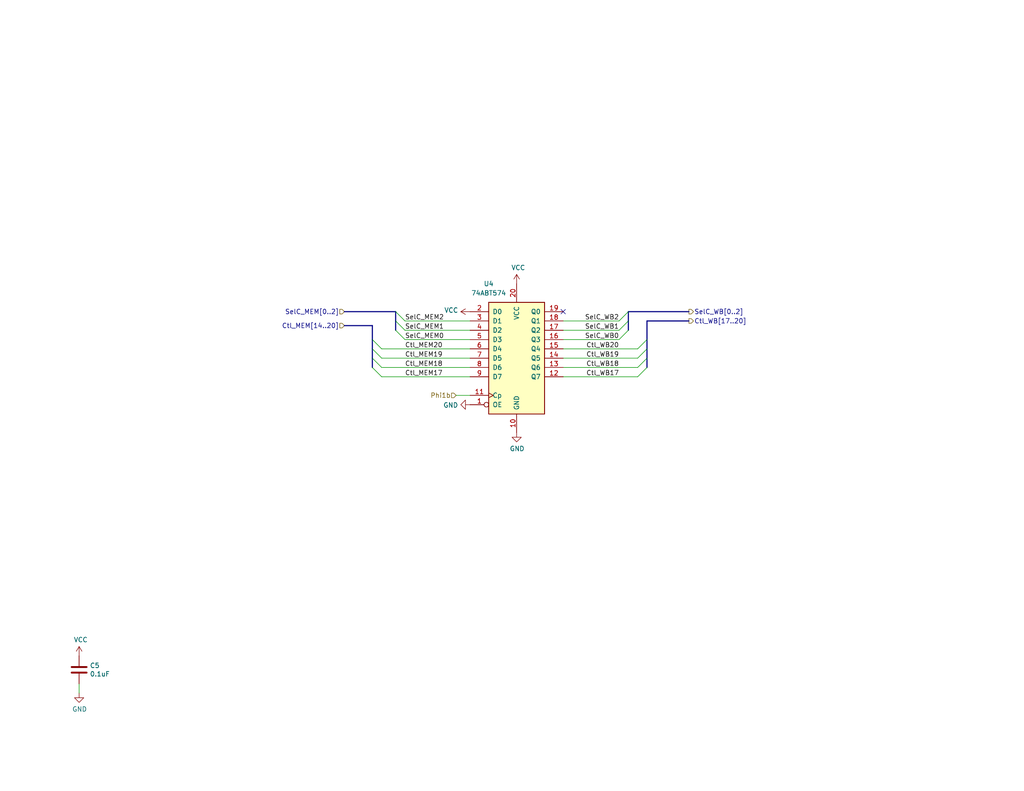
<source format=kicad_sch>
(kicad_sch (version 20250114) (generator "eeschema") (generator_version "9.0")
  (paper "USLetter")
  (title_block (title "MEM/WB: Control Word Register") (date "2023-11-25") (rev "A"))
  (lib_symbols
    (symbol "Device:C" (pin_numbers (hide yes)) (pin_names (offset 0.254))
      (property "Reference" "C" (at 0.635 2.54 0))
      (property "Value" "C" (at 0.635 -2.54 0))
      (symbol "C_0_1"
        (polyline (pts (xy -2.032 0.762) (xy 2.032 0.762)) (stroke (width 0.508)))
        (polyline (pts (xy -2.032 -0.762) (xy 2.032 -0.762)) (stroke (width 0.508)))
      )
      (symbol "C_1_1"
        (pin passive line (at 0 3.81 270) (length 2.794) (name "~") (number "1"))
        (pin passive line (at 0 -3.81 90) (length 2.794) (name "~") (number "2"))
      )
    )
    (symbol "Turtle16:74ABT574" (pin_names (offset 1.016))
      (property "Reference" "U" (at -7.62 16.51 0))
      (property "Value" "74ABT574" (at -7.62 -16.51 0))
      (symbol "74ABT574_1_0"
        (pin input line (at -12.7 12.7 0) (length 5.08) (name "D0") (number "2"))
        (pin input line (at -12.7 10.16 0) (length 5.08) (name "D1") (number "3"))
        (pin input line (at -12.7 7.62 0) (length 5.08) (name "D2") (number "4"))
        (pin input line (at -12.7 5.08 0) (length 5.08) (name "D3") (number "5"))
        (pin input line (at -12.7 2.54 0) (length 5.08) (name "D4") (number "6"))
        (pin input line (at -12.7 0 0) (length 5.08) (name "D5") (number "7"))
        (pin input line (at -12.7 -2.54 0) (length 5.08) (name "D6") (number "8"))
        (pin input line (at -12.7 -5.08 0) (length 5.08) (name "D7") (number "9"))
        (pin input clock (at -12.7 -10.16 0) (length 5.08) (name "Cp") (number "11"))
        (pin input inverted (at -12.7 -12.7 0) (length 5.08) (name "OE") (number "1"))
        (pin power_in line (at 0 20.32 270) (length 5.08) (name "VCC") (number "20"))
        (pin power_in line (at 0 -20.32 90) (length 5.08) (name "GND") (number "10"))
        (pin tri_state line (at 12.7 12.7 180) (length 5.08) (name "Q0") (number "19"))
        (pin tri_state line (at 12.7 10.16 180) (length 5.08) (name "Q1") (number "18"))
        (pin tri_state line (at 12.7 7.62 180) (length 5.08) (name "Q2") (number "17"))
        (pin tri_state line (at 12.7 5.08 180) (length 5.08) (name "Q3") (number "16"))
        (pin tri_state line (at 12.7 2.54 180) (length 5.08) (name "Q4") (number "15"))
        (pin tri_state line (at 12.7 0 180) (length 5.08) (name "Q5") (number "14"))
        (pin tri_state line (at 12.7 -2.54 180) (length 5.08) (name "Q6") (number "13"))
        (pin tri_state line (at 12.7 -5.08 180) (length 5.08) (name "Q7") (number "12"))
      )
      (symbol "74ABT574_1_1"
        (rectangle (start -7.62 15.24) (end 7.62 -15.24) (stroke (width 0.254)) (fill (type background)))
      )
    )
    (symbol "power:GND" (power) (pin_names (offset 0))
      (property "Value" "GND" (at 0 -3.81 0))
      (symbol "GND_0_1"
        (polyline (pts (xy 0 0) (xy 0 -1.27) (xy 1.27 -1.27) (xy 0 -2.54) (xy -1.27 -1.27) (xy 0 -1.27)))
      )
      (symbol "GND_1_1"
        (pin power_in line (at 0 0 270) (length 0) (hide yes) (name "GND") (number "1"))
      )
    )
    (symbol "power:VCC" (power) (pin_names (offset 0))
      (property "Value" "VCC" (at 0 3.81 0))
      (symbol "VCC_0_1"
        (polyline (pts (xy -0.762 1.27) (xy 0 2.54)))
        (polyline (pts (xy 0 2.54) (xy 0.762 1.27)))
        (polyline (pts (xy 0 0) (xy 0 2.54)))
      )
      (symbol "VCC_1_1"
        (pin power_in line (at 0 0 90) (length 0) (hide yes) (name "VCC") (number "1"))
      )
    )
  )
  (no_connect (at 153.67 85.09))
  (bus_entry (at 176.53 95.25) (size -2.54 2.54))
  (bus_entry (at 176.53 100.33) (size -2.54 2.54))
  (bus_entry (at 101.6 100.33) (size 2.54 2.54))
  (bus_entry (at 171.45 90.17) (size -2.54 2.54))
  (bus_entry (at 101.6 97.79) (size 2.54 2.54))
  (bus_entry (at 176.53 92.71) (size -2.54 2.54))
  (bus_entry (at 107.95 87.63) (size 2.54 2.54))
  (bus_entry (at 107.95 85.09) (size 2.54 2.54))
  (bus_entry (at 171.45 87.63) (size -2.54 2.54))
  (bus_entry (at 107.95 90.17) (size 2.54 2.54))
  (bus_entry (at 171.45 85.09) (size -2.54 2.54))
  (bus_entry (at 176.53 97.79) (size -2.54 2.54))
  (bus_entry (at 101.6 95.25) (size 2.54 2.54))
  (bus_entry (at 101.6 92.71) (size 2.54 2.54))
  (wire (pts (xy 104.14 95.25) (xy 128.27 95.25)))
  (wire (pts (xy 173.99 97.79) (xy 153.67 97.79)))
  (wire (pts (xy 128.27 90.17) (xy 110.49 90.17)))
  (bus (pts (xy 187.96 85.09) (xy 171.45 85.09)))
  (wire (pts (xy 173.99 102.87) (xy 153.67 102.87)))
  (bus (pts (xy 107.95 85.09) (xy 107.95 87.63)))
  (bus (pts (xy 176.53 97.79) (xy 176.53 100.33)))
  (wire (pts (xy 21.59 189.23) (xy 21.59 186.69)))
  (wire (pts (xy 104.14 100.33) (xy 128.27 100.33)))
  (bus (pts (xy 107.95 87.63) (xy 107.95 90.17)))
  (bus (pts (xy 93.98 88.9) (xy 101.6 88.9)))
  (bus (pts (xy 101.6 92.71) (xy 101.6 95.25)))
  (bus (pts (xy 176.53 92.71) (xy 176.53 95.25)))
  (bus (pts (xy 176.53 87.63) (xy 176.53 92.71)))
  (bus (pts (xy 101.6 97.79) (xy 101.6 100.33)))
  (wire (pts (xy 173.99 100.33) (xy 153.67 100.33)))
  (bus (pts (xy 171.45 85.09) (xy 171.45 87.63)))
  (wire (pts (xy 173.99 95.25) (xy 153.67 95.25)))
  (bus (pts (xy 101.6 88.9) (xy 101.6 92.71)))
  (bus (pts (xy 187.96 87.63) (xy 176.53 87.63)))
  (bus (pts (xy 171.45 87.63) (xy 171.45 90.17)))
  (bus (pts (xy 93.98 85.09) (xy 107.95 85.09)))
  (wire (pts (xy 104.14 102.87) (xy 128.27 102.87)))
  (wire (pts (xy 104.14 97.79) (xy 128.27 97.79)))
  (bus (pts (xy 101.6 95.25) (xy 101.6 97.79)))
  (wire (pts (xy 124.46 107.95) (xy 128.27 107.95)))
  (bus (pts (xy 176.53 95.25) (xy 176.53 97.79)))
  (wire (pts (xy 168.91 87.63) (xy 153.67 87.63)))
  (wire (pts (xy 168.91 92.71) (xy 153.67 92.71)))
  (wire (pts (xy 128.27 87.63) (xy 110.49 87.63)))
  (wire (pts (xy 168.91 90.17) (xy 153.67 90.17)))
  (wire (pts (xy 128.27 92.71) (xy 110.49 92.71)))
  (label "Ctl_WB19" (at 168.91 97.79 180))
  (label "SelC_WB0" (at 168.91 92.71 180))
  (label "Ctl_MEM20" (at 110.49 95.25 0))
  (label "Ctl_WB18" (at 168.91 100.33 180))
  (label "SelC_MEM1" (at 110.49 90.17 0))
  (label "SelC_WB2" (at 168.91 87.63 180))
  (label "SelC_MEM2" (at 110.49 87.63 0))
  (label "SelC_MEM0" (at 110.49 92.71 0))
  (label "SelC_WB1" (at 168.91 90.17 180))
  (label "Ctl_MEM17" (at 110.49 102.87 0))
  (label "Ctl_MEM19" (at 110.49 97.79 0))
  (label "Ctl_WB20" (at 168.91 95.25 180))
  (label "Ctl_MEM18" (at 110.49 100.33 0))
  (label "Ctl_WB17" (at 168.91 102.87 180))
  (hierarchical_label "Ctl_WB[17..20]" (shape output) (at 187.96 87.63 0))
  (hierarchical_label "SelC_WB[0..2]" (shape output) (at 187.96 85.09 0))
  (hierarchical_label "SelC_MEM[0..2]" (shape input) (at 93.98 85.09 180))
  (hierarchical_label "Ctl_MEM[14..20]" (shape input) (at 93.98 88.9 180))
  (hierarchical_label "Phi1b" (shape input) (at 124.46 107.95 180))
  (symbol (lib_id "power:VCC") (at 128.27 85.09 90) (unit 1)
    (property "Reference" "#PWR031" (effects (hide yes)))
    (property "Value" "VCC" (at 125.0442 84.709 90) (effects (justify left)))
  )
  (symbol (lib_id "power:GND") (at 128.27 110.49 270) (unit 1)
    (property "Reference" "#PWR032" (effects (hide yes)))
    (property "Value" "GND" (at 125.0188 110.617 90) (effects (justify right)))
  )
  (symbol (lib_id "power:GND") (at 140.97 118.11 0) (unit 1)
    (property "Reference" "#PWR034" (effects (hide yes)))
    (property "Value" "GND" (at 141.097 122.5042 0))
  )
  (symbol (lib_id "power:VCC") (at 140.97 77.47 0) (unit 1)
    (property "Reference" "#PWR033" (effects (hide yes)))
    (property "Value" "VCC" (at 141.4018 73.0758 0))
  )
  (symbol (lib_id "Turtle16:74ABT574") (at 140.97 97.79 0) (unit 1)
    (property "Reference" "U4" (at 133.35 77.47 0))
    (property "Value" "74ABT574" (at 133.35 80.01 0))
    (property "Footprint" "Package_SO:TSSOP-20_4.4x6.5mm_P0.65mm" (effects (hide yes)))
    (property "Datasheet" "https://www.ti.com/general/docs/suppproductinfo.tsp?distId=26&gotoUrl=https://www.ti.com/lit/gpn/sn74abt574a" (effects (hide yes)))
    (property "Manufacturer" "Texas Instruments" (effects (hide yes)))
    (property "Manufacturer#" "SN74ABT574APW" (effects (hide yes)))
    (property "Mouser#" "595-SN74ABT574APW" (effects (hide yes)))
    (property "Digikey#" "296-33631-5-ND" (effects (hide yes)))
  )
  (symbol (lib_id "Device:C") (at 21.59 182.88 0) (unit 1)
    (property "Reference" "C5" (at 24.511 181.7116 0) (effects (justify left)))
    (property "Value" "0.1uF" (at 24.511 184.023 0) (effects (justify left)))
    (property "Footprint" "Capacitor_SMD:C_0603_1608Metric" (effects (hide yes)))
    (property "Datasheet" "https://www.mouser.com/datasheet/2/396/taiyo_yuden_12132018_mlcc11_hq_e-1510082.pdf" (effects (hide yes)))
    (property "Manufacturer" "Taiyo Yuden" (effects (hide yes)))
    (property "Manufacturer#" "EMK107B7104KAHT" (effects (hide yes)))
    (property "Mouser#" "963-EMK107B7104KAHT" (effects (hide yes)))
    (property "Digikey#" "587-6004-1-ND" (effects (hide yes)))
  )
  (symbol (lib_id "power:VCC") (at 21.59 179.07 0) (unit 1)
    (property "Reference" "#PWR029" (effects (hide yes)))
    (property "Value" "VCC" (at 22.0218 174.6758 0))
  )
  (symbol (lib_id "power:GND") (at 21.59 189.23 0) (unit 1)
    (property "Reference" "#PWR030" (effects (hide yes)))
    (property "Value" "GND" (at 21.717 193.6242 0))
  )
)
</source>
